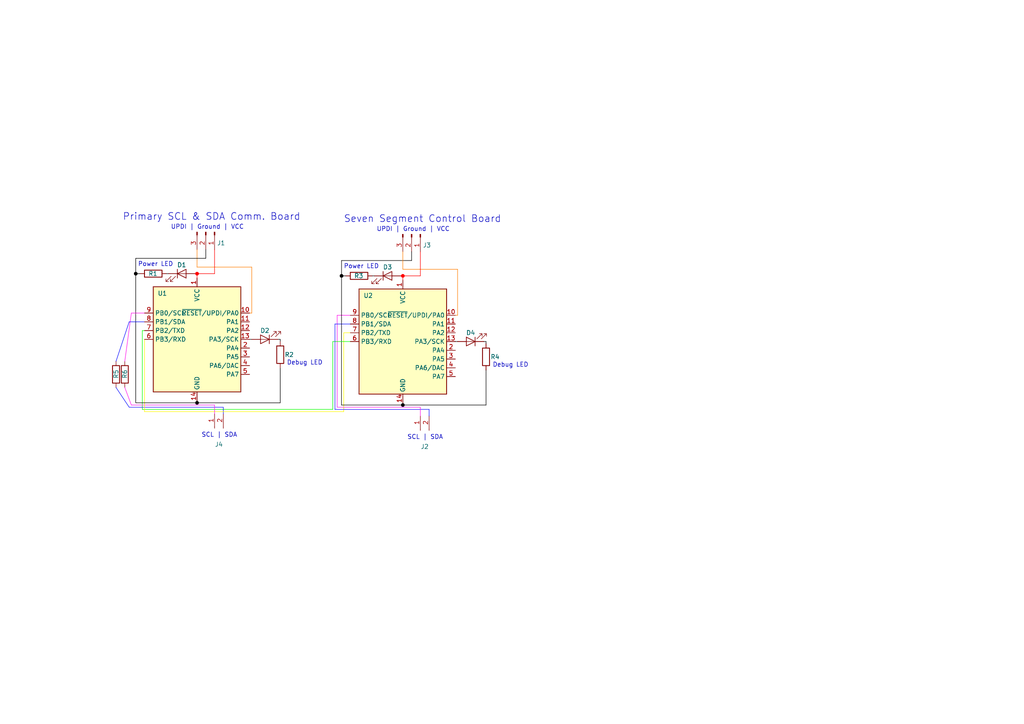
<source format=kicad_sch>
(kicad_sch (version 20211123) (generator eeschema)
  (paper "A4")
  (lib_symbols
    (symbol "Fab Library:Conn_PinHeader_1x02_P2.54mm_Horizontal_SMD" (pin_names (offset 1.016))
      (property "Reference" "J" (at 0 2.54 0))
      (property "Value" "Conn_PinHeader_1x02_P2.54mm_Horizontal_SMD" (at 0 -5.08 0))
      (symbol "Conn_PinHeader_1x02_P2.54mm_Horizontal_SMD_1_1"
        (polyline (pts (xy 1.27 -2.54) (xy 0.8636 -2.54)) (stroke (width 0.1524)))
        (polyline (pts (xy 1.27 0) (xy 0.8636 0)) (stroke (width 0.1524)))
        (pin passive line (at 5.08 0 180) (length 3.81) (name "~") (number "1"))
        (pin passive line (at 5.08 -2.54 180) (length 3.81) (name "~") (number "2"))
      )
    )
    (symbol "Fab Library:Conn_PinHeader_1x03_P2.54mm_Horizontal_SMD" (pin_names (offset 1.016) hide)
      (property "Reference" "J" (at 0 5.08 0))
      (property "Value" "Conn_PinHeader_1x03_P2.54mm_Horizontal_SMD" (at 0 -5.08 0))
      (symbol "Conn_PinHeader_1x03_P2.54mm_Horizontal_SMD_1_1"
        (polyline (pts (xy 1.27 -2.54) (xy 0.8636 -2.54)) (stroke (width 0.1524)))
        (polyline (pts (xy 1.27 0) (xy 0.8636 0)) (stroke (width 0.1524)))
        (polyline (pts (xy 1.27 2.54) (xy 0.8636 2.54)) (stroke (width 0.1524)))
        (rectangle (start 0.8636 -2.413) (end 0 -2.667) (stroke (width 0.1524)) (fill (type outline)))
        (rectangle (start 0.8636 0.127) (end 0 -0.127) (stroke (width 0.1524)) (fill (type outline)))
        (rectangle (start 0.8636 2.667) (end 0 2.413) (stroke (width 0.1524)) (fill (type outline)))
        (pin passive line (at 5.08 2.54 180) (length 3.81) (name "Pin_1") (number "1"))
        (pin passive line (at 5.08 0 180) (length 3.81) (name "Pin_2") (number "2"))
        (pin passive line (at 5.08 -2.54 180) (length 3.81) (name "Pin_3") (number "3"))
      )
    )
    (symbol "Fab Library:LED" (pin_numbers hide) (pin_names (offset 1.016) hide)
      (property "Reference" "D" (at 0 2.54 0))
      (property "Value" "LED" (at 0 -2.54 0))
      (symbol "LED_0_1"
        (polyline (pts (xy -1.27 -1.27) (xy -1.27 1.27)) (stroke (width 0.2032)))
        (polyline (pts (xy -1.27 0) (xy 1.27 0)))
        (polyline (pts (xy 1.27 -1.27) (xy 1.27 1.27) (xy -1.27 0) (xy 1.27 -1.27)) (stroke (width 0.2032)))
        (polyline (pts (xy -3.048 -0.762) (xy -4.572 -2.286) (xy -3.81 -2.286) (xy -4.572 -2.286) (xy -4.572 -1.524)))
        (polyline (pts (xy -1.778 -0.762) (xy -3.302 -2.286) (xy -2.54 -2.286) (xy -3.302 -2.286) (xy -3.302 -1.524)))
      )
      (symbol "LED_1_1"
        (pin passive line (at -3.81 0 0) (length 2.54) (name "K") (number "1"))
        (pin passive line (at 3.81 0 180) (length 2.54) (name "A") (number "2"))
      )
    )
    (symbol "Fab Library:Microcontroller_ATtiny1614-SSFR"
      (property "Reference" "U" (at -12.7 17.78 0))
      (property "Value" "Microcontroller_ATtiny1614-SSFR" (at 7.62 17.78 0))
      (symbol "Microcontroller_ATtiny1614-SSFR_0_1"
        (rectangle (start -12.7 -15.24) (end 12.7 15.24) (stroke (width 0.254)) (fill (type background)))
      )
      (symbol "Microcontroller_ATtiny1614-SSFR_1_1"
        (pin power_in line (at 0 17.78 270) (length 2.54) (name "VCC") (number "1"))
        (pin bidirectional line (at 15.24 7.62 180) (length 2.54) (name "~{RESET}/UPDI/PA0") (number "10"))
        (pin bidirectional line (at 15.24 5.08 180) (length 2.54) (name "PA1") (number "11"))
        (pin bidirectional line (at 15.24 2.54 180) (length 2.54) (name "PA2") (number "12"))
        (pin bidirectional line (at 15.24 0 180) (length 2.54) (name "PA3/SCK") (number "13"))
        (pin power_in line (at 0 -17.78 90) (length 2.54) (name "GND") (number "14"))
        (pin bidirectional line (at 15.24 -2.54 180) (length 2.54) (name "PA4") (number "2"))
        (pin bidirectional line (at 15.24 -5.08 180) (length 2.54) (name "PA5") (number "3"))
        (pin bidirectional line (at 15.24 -7.62 180) (length 2.54) (name "PA6/DAC") (number "4"))
        (pin bidirectional line (at 15.24 -10.16 180) (length 2.54) (name "PA7") (number "5"))
        (pin bidirectional line (at -15.24 0 0) (length 2.54) (name "PB3/RXD") (number "6"))
        (pin bidirectional line (at -15.24 2.54 0) (length 2.54) (name "PB2/TXD") (number "7"))
        (pin bidirectional line (at -15.24 5.08 0) (length 2.54) (name "PB1/SDA") (number "8"))
        (pin bidirectional line (at -15.24 7.62 0) (length 2.54) (name "PB0/SCL") (number "9"))
      )
    )
    (symbol "Fab Library:R" (pin_numbers hide) (pin_names (offset 0))
      (property "Reference" "R" (at 2.032 0 90))
      (property "Value" "R" (at 0 0 90))
      (symbol "R_0_1"
        (rectangle (start -1.016 -2.54) (end 1.016 2.54) (stroke (width 0.254)))
      )
      (symbol "R_1_1"
        (pin passive line (at 0 3.81 270) (length 1.27) (name "~") (number "1"))
        (pin passive line (at 0 -3.81 90) (length 1.27) (name "~") (number "2"))
      )
    )
  )
  (junction (at 116.84 117.475) (color 0 0 0 1))
  (junction (at 116.84 80.01) (color 253 0 0 1))
  (junction (at 99.06 80.01) (color 0 0 0 1))
  (junction (at 57.15 116.84) (color 0 0 0 1))
  (junction (at 57.15 79.375) (color 253 0 0 1))
  (junction (at 39.37 79.375) (color 0 0 0 1))
  (wire (pts (xy 99.06 117.475) (xy 116.84 117.475)) (stroke (width 0) (color 0 0 0 1)))
  (wire (pts (xy 39.37 74.93) (xy 39.37 79.375)) (stroke (width 0) (color 0 0 0 1)))
  (wire (pts (xy 116.205 80.01) (xy 116.84 80.01)) (stroke (width 0) (color 255 0 0 1)))
  (wire (pts (xy 41.91 90.805) (xy 38.1 90.805)) (stroke (width 0) (color 255 22 236 1)))
  (wire (pts (xy 116.84 78.105) (xy 116.84 73.025)) (stroke (width 0) (color 255 129 8 1)))
  (wire (pts (xy 132.715 78.105) (xy 116.84 78.105)) (stroke (width 0) (color 255 129 8 1)))
  (wire (pts (xy 56.515 79.375) (xy 57.15 79.375)) (stroke (width 0) (color 255 0 0 1)))
  (wire (pts (xy 39.37 79.375) (xy 40.64 79.375)) (stroke (width 0) (color 0 0 0 1)))
  (wire (pts (xy 96.52 118.745) (xy 96.52 99.06)) (stroke (width 0) (color 5 255 0 1)))
  (wire (pts (xy 121.92 118.11) (xy 121.92 120.65)) (stroke (width 0) (color 255 22 236 1)))
  (wire (pts (xy 99.695 119.38) (xy 99.695 96.52)) (stroke (width 0) (color 255 248 0 1)))
  (wire (pts (xy 97.155 93.98) (xy 97.155 118.745)) (stroke (width 0) (color 14 17 255 1)))
  (wire (pts (xy 57.15 116.84) (xy 57.15 116.205)) (stroke (width 0) (color 0 0 0 1)))
  (wire (pts (xy 119.38 75.565) (xy 119.38 73.025)) (stroke (width 0) (color 0 0 0 1)))
  (wire (pts (xy 41.91 119.38) (xy 99.695 119.38)) (stroke (width 0) (color 255 248 0 1)))
  (wire (pts (xy 73.025 90.805) (xy 72.39 90.805)) (stroke (width 0) (color 255 129 8 1)))
  (wire (pts (xy 57.15 79.375) (xy 57.15 80.645)) (stroke (width 0) (color 255 0 0 1)))
  (wire (pts (xy 116.84 117.475) (xy 116.84 116.84)) (stroke (width 0) (color 0 0 0 1)))
  (wire (pts (xy 37.465 118.11) (xy 64.77 118.11)) (stroke (width 0) (color 14 17 255 1)))
  (wire (pts (xy 41.91 93.345) (xy 37.465 93.345)) (stroke (width 0) (color 14 17 255 1)))
  (wire (pts (xy 97.79 118.11) (xy 121.92 118.11)) (stroke (width 0) (color 255 22 236 1)))
  (wire (pts (xy 59.69 74.93) (xy 39.37 74.93)) (stroke (width 0) (color 0 0 0 1)))
  (wire (pts (xy 124.46 118.745) (xy 124.46 120.65)) (stroke (width 0) (color 14 17 255 1)))
  (wire (pts (xy 99.695 96.52) (xy 101.6 96.52)) (stroke (width 0) (color 255 248 0 1)))
  (wire (pts (xy 99.06 75.565) (xy 99.06 80.01)) (stroke (width 0) (color 0 0 0 1)))
  (wire (pts (xy 116.84 80.01) (xy 116.84 81.28)) (stroke (width 0) (color 255 0 0 1)))
  (wire (pts (xy 80.645 98.425) (xy 81.28 98.425)) (stroke (width 0) (color 0 0 0 1)))
  (wire (pts (xy 39.37 116.84) (xy 57.15 116.84)) (stroke (width 0) (color 0 0 0 1)))
  (wire (pts (xy 73.025 77.47) (xy 57.15 77.47)) (stroke (width 0) (color 255 129 8 1)))
  (wire (pts (xy 37.465 93.345) (xy 33.655 104.775)) (stroke (width 0) (color 14 17 255 1)))
  (wire (pts (xy 99.06 80.01) (xy 100.33 80.01)) (stroke (width 0) (color 0 0 0 1)))
  (wire (pts (xy 41.91 98.425) (xy 41.91 119.38)) (stroke (width 0) (color 255 248 0 1)))
  (wire (pts (xy 99.06 80.01) (xy 99.06 117.475)) (stroke (width 0) (color 0 0 0 1)))
  (wire (pts (xy 38.1 90.805) (xy 36.195 104.775)) (stroke (width 0) (color 255 22 236 1)))
  (wire (pts (xy 121.92 80.01) (xy 116.84 80.01)) (stroke (width 0) (color 255 0 0 1)))
  (wire (pts (xy 97.155 118.745) (xy 124.46 118.745)) (stroke (width 0) (color 14 17 255 1)))
  (wire (pts (xy 81.28 116.84) (xy 57.15 116.84)) (stroke (width 0) (color 0 0 0 1)))
  (wire (pts (xy 140.97 99.06) (xy 140.97 99.695)) (stroke (width 0) (color 0 0 0 1)))
  (wire (pts (xy 107.95 80.01) (xy 108.585 80.01)) (stroke (width 0) (color 0 0 0 1)))
  (wire (pts (xy 72.39 98.425) (xy 73.025 98.425)) (stroke (width 0) (color 2 0 0 1)))
  (wire (pts (xy 121.92 73.025) (xy 121.92 80.01)) (stroke (width 0) (color 255 0 0 1)))
  (wire (pts (xy 62.23 79.375) (xy 57.15 79.375)) (stroke (width 0) (color 255 0 0 1)))
  (wire (pts (xy 41.91 95.885) (xy 41.275 95.885)) (stroke (width 0) (color 5 255 0 1)))
  (wire (pts (xy 57.15 77.47) (xy 57.15 72.39)) (stroke (width 0) (color 255 129 8 1)))
  (wire (pts (xy 41.275 118.745) (xy 96.52 118.745)) (stroke (width 0) (color 5 255 0 1)))
  (wire (pts (xy 62.23 72.39) (xy 62.23 79.375)) (stroke (width 0) (color 255 0 0 1)))
  (wire (pts (xy 41.275 95.885) (xy 41.275 118.745)) (stroke (width 0) (color 5 255 0 1)))
  (wire (pts (xy 33.655 112.395) (xy 37.465 118.11)) (stroke (width 0) (color 14 17 255 1)))
  (wire (pts (xy 39.37 79.375) (xy 39.37 116.84)) (stroke (width 0) (color 0 0 0 1)))
  (wire (pts (xy 140.97 117.475) (xy 116.84 117.475)) (stroke (width 0) (color 0 0 0 1)))
  (wire (pts (xy 132.08 99.06) (xy 132.715 99.06)) (stroke (width 0) (color 2 0 0 1)))
  (wire (pts (xy 101.6 93.98) (xy 97.155 93.98)) (stroke (width 0) (color 14 17 255 1)))
  (wire (pts (xy 132.715 91.44) (xy 132.08 91.44)) (stroke (width 0) (color 255 129 8 1)))
  (wire (pts (xy 81.28 106.68) (xy 81.28 116.84)) (stroke (width 0) (color 0 0 0 1)))
  (wire (pts (xy 101.6 91.44) (xy 97.79 91.44)) (stroke (width 0) (color 255 22 236 1)))
  (wire (pts (xy 97.79 91.44) (xy 97.79 118.11)) (stroke (width 0) (color 255 22 236 1)))
  (wire (pts (xy 48.26 79.375) (xy 48.895 79.375)) (stroke (width 0) (color 0 0 0 1)))
  (wire (pts (xy 62.23 117.475) (xy 62.23 120.015)) (stroke (width 0) (color 255 22 236 1)))
  (wire (pts (xy 140.97 107.315) (xy 140.97 117.475)) (stroke (width 0) (color 0 0 0 1)))
  (wire (pts (xy 64.77 118.11) (xy 64.77 120.015)) (stroke (width 0) (color 14 17 255 1)))
  (wire (pts (xy 59.69 74.93) (xy 59.69 72.39)) (stroke (width 0) (color 0 0 0 1)))
  (wire (pts (xy 132.715 78.105) (xy 132.715 91.44)) (stroke (width 0) (color 255 129 8 1)))
  (wire (pts (xy 96.52 99.06) (xy 101.6 99.06)) (stroke (width 0) (color 5 255 0 1)))
  (wire (pts (xy 38.1 117.475) (xy 62.23 117.475)) (stroke (width 0) (color 255 22 236 1)))
  (wire (pts (xy 119.38 75.565) (xy 99.06 75.565)) (stroke (width 0) (color 0 0 0 1)))
  (wire (pts (xy 81.28 98.425) (xy 81.28 99.06)) (stroke (width 0) (color 0 0 0 1)))
  (wire (pts (xy 140.335 99.06) (xy 140.97 99.06)) (stroke (width 0) (color 0 0 0 1)))
  (wire (pts (xy 36.195 112.395) (xy 38.1 117.475)) (stroke (width 0) (color 255 22 236 1)))
  (wire (pts (xy 73.025 77.47) (xy 73.025 90.805)) (stroke (width 0) (color 255 129 8 1)))
  (text "Primary SCL & SDA Comm. Board" (at 35.56 64.135 0) (effects (font (size 2 2)) (justify left bottom)))
  (text "Debug LED" (at 83.185 106.045 0) (effects (font (size 1.27 1.27)) (justify left bottom)))
  (text "Seven Segment Control Board" (at 99.695 64.77 0) (effects (font (size 2 2)) (justify left bottom)))
  (text "UPDI | Ground | VCC" (at 49.53 66.675 0) (effects (font (size 1.27 1.27)) (justify left bottom)))
  (text "SCL | SDA" (at 118.11 127.635 0) (effects (font (size 1.27 1.27)) (justify left bottom)))
  (text "UPDI | Ground | VCC" (at 109.22 67.31 0) (effects (font (size 1.27 1.27)) (justify left bottom)))
  (text "Debug LED" (at 142.875 106.68 0) (effects (font (size 1.27 1.27)) (justify left bottom)))
  (text "Power LED" (at 40.005 77.47 0) (effects (font (size 1.27 1.27)) (justify left bottom)))
  (text "Power LED" (at 99.695 78.105 0) (effects (font (size 1.27 1.27)) (justify left bottom)))
  (text "SCL | SDA" (at 58.42 127 0) (effects (font (size 1.27 1.27)) (justify left bottom)))
  (symbol (lib_id "Fab Library:Conn_PinHeader_1x02_P2.54mm_Horizontal_SMD") (at 62.23 125.095 90) (unit 1)
    (property "Reference" "J4" (at 63.5 128.905 90))
    (property "Value" "Conn_PinHeader_1x02_P2.54mm_Horizontal_SMD" (effects hide))
    (property "Footprint" "fab:PinHeader_UPDI_01x02_P2.54mm_Horizontal_SMD" (effects hide))
  )
  (symbol (lib_id "Fab Library:R") (at 81.28 102.87 0) (unit 1)
    (property "Reference" "R2" (at 82.55 102.87 0) (effects (justify left)))
    (property "Value" "R" (effects hide))
    (property "Footprint" "fab:R_1206" (effects hide))
  )
  (symbol (lib_id "Fab Library:R") (at 33.655 108.585 0) (unit 1)
    (property "Reference" "R5" (at 33.655 109.855 90) (effects (justify left)))
    (property "Value" "R" (effects hide))
    (property "Footprint" "fab:R_1206" (effects hide))
  )
  (symbol (lib_id "Fab Library:LED") (at 52.705 79.375 0) (unit 1)
    (property "Reference" "D1" (at 52.705 76.835 0))
    (property "Value" "LED" (effects hide))
    (property "Footprint" "fab:LED_1206" (effects hide))
    (property "Datasheet" "https://optoelectronics.liteon.com/upload/download/DS-22-98-0002/LTST-C150CKT.pdf" (effects hide))
  )
  (symbol (lib_id "Fab Library:Conn_PinHeader_1x02_P2.54mm_Horizontal_SMD") (at 121.92 125.73 90) (unit 1)
    (property "Reference" "J2" (at 123.19 129.54 90))
    (property "Value" "Conn_PinHeader_1x02_P2.54mm_Horizontal_SMD" (effects hide))
    (property "Footprint" "fab:PinHeader_UPDI_01x02_P2.54mm_Horizontal_SMD" (effects hide))
  )
  (symbol (lib_id "Fab Library:R") (at 140.97 103.505 0) (unit 1)
    (property "Reference" "R4" (at 142.24 103.505 0) (effects (justify left)))
    (property "Value" "R" (effects hide))
    (property "Footprint" "fab:R_1206" (effects hide))
  )
  (symbol (lib_id "Fab Library:R") (at 44.45 79.375 90) (unit 1)
    (property "Reference" "R1" (at 45.72 79.375 90) (effects (justify left)))
    (property "Value" "R" (effects hide))
    (property "Footprint" "fab:R_1206" (effects hide))
  )
  (symbol (lib_id "Fab Library:LED") (at 112.395 80.01 0) (unit 1)
    (property "Reference" "D3" (at 112.395 77.47 0))
    (property "Value" "LED" (effects hide))
    (property "Footprint" "fab:LED_1206" (effects hide))
    (property "Datasheet" "https://optoelectronics.liteon.com/upload/download/DS-22-98-0002/LTST-C150CKT.pdf" (effects hide))
  )
  (symbol (lib_id "Fab Library:LED") (at 76.835 98.425 180) (unit 1)
    (property "Reference" "D2" (at 76.835 95.885 0))
    (property "Value" "LED" (effects hide))
    (property "Footprint" "fab:LED_1206" (effects hide))
    (property "Datasheet" "https://optoelectronics.liteon.com/upload/download/DS-22-98-0002/LTST-C150CKT.pdf" (effects hide))
  )
  (symbol (lib_id "Fab Library:Conn_PinHeader_1x03_P2.54mm_Horizontal_SMD") (at 59.69 67.31 270) (unit 1)
    (property "Reference" "J1" (at 64.135 70.485 90))
    (property "Value" "Conn_PinHeader_1x03_P2.54mm_Horizontal_SMD" (effects hide))
    (property "Footprint" "fab:PinHeader_1x03_P2.54mm_Horizontal_SMD" (effects hide))
  )
  (symbol (lib_id "Fab Library:Microcontroller_ATtiny1614-SSFR") (at 57.15 98.425 0) (unit 1)
    (property "Reference" "U1" (at 45.72 85.09 0) (effects (justify left)))
    (property "Value" "Microcontroller_ATtiny1614-SSFR" (effects hide))
    (property "Footprint" "fab:SOIC-14_3.9x8.7mm_P1.27mm" (effects hide))
    (property "Datasheet" "http://ww1.microchip.com/downloads/en/DeviceDoc/ATtiny1614-16-17-DataSheet-DS40002204A.pdf" (effects hide))
  )
  (symbol (lib_id "Fab Library:LED") (at 136.525 99.06 180) (unit 1)
    (property "Reference" "D4" (at 136.525 96.52 0))
    (property "Value" "LED" (effects hide))
    (property "Footprint" "fab:LED_1206" (effects hide))
    (property "Datasheet" "https://optoelectronics.liteon.com/upload/download/DS-22-98-0002/LTST-C150CKT.pdf" (effects hide))
  )
  (symbol (lib_id "Fab Library:Microcontroller_ATtiny1614-SSFR") (at 116.84 99.06 0) (unit 1)
    (property "Reference" "U2" (at 105.41 85.725 0) (effects (justify left)))
    (property "Value" "Microcontroller_ATtiny1614-SSFR" (effects hide))
    (property "Footprint" "fab:SOIC-14_3.9x8.7mm_P1.27mm" (effects hide))
    (property "Datasheet" "http://ww1.microchip.com/downloads/en/DeviceDoc/ATtiny1614-16-17-DataSheet-DS40002204A.pdf" (effects hide))
  )
  (symbol (lib_id "Fab Library:Conn_PinHeader_1x03_P2.54mm_Horizontal_SMD") (at 119.38 67.945 270) (unit 1)
    (property "Reference" "J3" (at 123.825 71.12 90))
    (property "Value" "Conn_PinHeader_1x03_P2.54mm_Horizontal_SMD" (effects hide))
    (property "Footprint" "fab:PinHeader_1x03_P2.54mm_Horizontal_SMD" (effects hide))
  )
  (symbol (lib_id "Fab Library:R") (at 104.14 80.01 90) (unit 1)
    (property "Reference" "R3" (at 105.41 80.01 90) (effects (justify left)))
    (property "Value" "R" (effects hide))
    (property "Footprint" "fab:R_1206" (effects hide))
  )
  (symbol (lib_id "Fab Library:R") (at 36.195 108.585 0) (unit 1)
    (property "Reference" "R6" (at 36.195 109.855 90) (effects (justify left)))
    (property "Value" "R" (effects hide))
    (property "Footprint" "fab:R_1206" (effects hide))
  )
)
</source>
